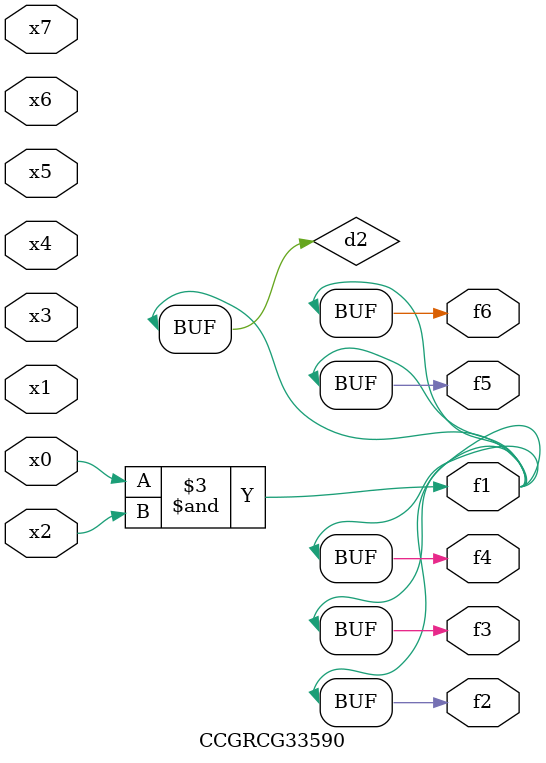
<source format=v>
module CCGRCG33590(
	input x0, x1, x2, x3, x4, x5, x6, x7,
	output f1, f2, f3, f4, f5, f6
);

	wire d1, d2;

	nor (d1, x3, x6);
	and (d2, x0, x2);
	assign f1 = d2;
	assign f2 = d2;
	assign f3 = d2;
	assign f4 = d2;
	assign f5 = d2;
	assign f6 = d2;
endmodule

</source>
